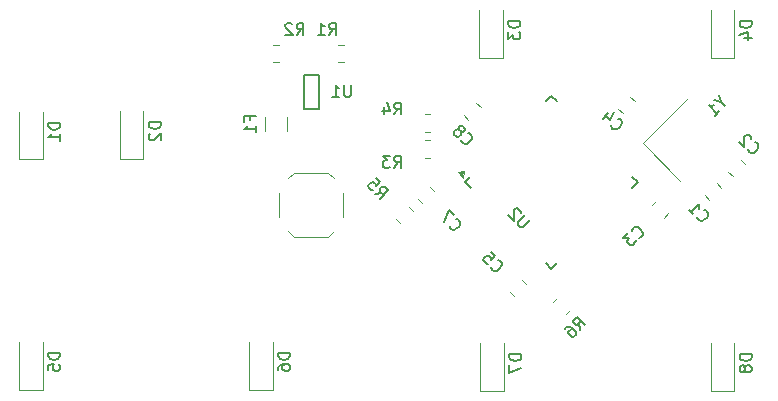
<source format=gbr>
G04 #@! TF.GenerationSoftware,KiCad,Pcbnew,8.0.6*
G04 #@! TF.CreationDate,2025-01-18T20:04:13+00:00*
G04 #@! TF.ProjectId,macro-keyboard,6d616372-6f2d-46b6-9579-626f6172642e,rev?*
G04 #@! TF.SameCoordinates,Original*
G04 #@! TF.FileFunction,Legend,Bot*
G04 #@! TF.FilePolarity,Positive*
%FSLAX46Y46*%
G04 Gerber Fmt 4.6, Leading zero omitted, Abs format (unit mm)*
G04 Created by KiCad (PCBNEW 8.0.6) date 2025-01-18 20:04:13*
%MOMM*%
%LPD*%
G01*
G04 APERTURE LIST*
%ADD10C,0.150000*%
%ADD11C,0.120000*%
G04 APERTURE END LIST*
D10*
X144588442Y-111895528D02*
X143588442Y-111895528D01*
X143588442Y-111895528D02*
X143588442Y-112133623D01*
X143588442Y-112133623D02*
X143636061Y-112276480D01*
X143636061Y-112276480D02*
X143731299Y-112371718D01*
X143731299Y-112371718D02*
X143826537Y-112419337D01*
X143826537Y-112419337D02*
X144017013Y-112466956D01*
X144017013Y-112466956D02*
X144159870Y-112466956D01*
X144159870Y-112466956D02*
X144350346Y-112419337D01*
X144350346Y-112419337D02*
X144445584Y-112371718D01*
X144445584Y-112371718D02*
X144540823Y-112276480D01*
X144540823Y-112276480D02*
X144588442Y-112133623D01*
X144588442Y-112133623D02*
X144588442Y-111895528D01*
X143588442Y-113324099D02*
X143588442Y-113133623D01*
X143588442Y-113133623D02*
X143636061Y-113038385D01*
X143636061Y-113038385D02*
X143683680Y-112990766D01*
X143683680Y-112990766D02*
X143826537Y-112895528D01*
X143826537Y-112895528D02*
X144017013Y-112847909D01*
X144017013Y-112847909D02*
X144397965Y-112847909D01*
X144397965Y-112847909D02*
X144493203Y-112895528D01*
X144493203Y-112895528D02*
X144540823Y-112943147D01*
X144540823Y-112943147D02*
X144588442Y-113038385D01*
X144588442Y-113038385D02*
X144588442Y-113228861D01*
X144588442Y-113228861D02*
X144540823Y-113324099D01*
X144540823Y-113324099D02*
X144493203Y-113371718D01*
X144493203Y-113371718D02*
X144397965Y-113419337D01*
X144397965Y-113419337D02*
X144159870Y-113419337D01*
X144159870Y-113419337D02*
X144064632Y-113371718D01*
X144064632Y-113371718D02*
X144017013Y-113324099D01*
X144017013Y-113324099D02*
X143969394Y-113228861D01*
X143969394Y-113228861D02*
X143969394Y-113038385D01*
X143969394Y-113038385D02*
X144017013Y-112943147D01*
X144017013Y-112943147D02*
X144064632Y-112895528D01*
X144064632Y-112895528D02*
X144159870Y-112847909D01*
X183688442Y-83795528D02*
X182688442Y-83795528D01*
X182688442Y-83795528D02*
X182688442Y-84033623D01*
X182688442Y-84033623D02*
X182736061Y-84176480D01*
X182736061Y-84176480D02*
X182831299Y-84271718D01*
X182831299Y-84271718D02*
X182926537Y-84319337D01*
X182926537Y-84319337D02*
X183117013Y-84366956D01*
X183117013Y-84366956D02*
X183259870Y-84366956D01*
X183259870Y-84366956D02*
X183450346Y-84319337D01*
X183450346Y-84319337D02*
X183545584Y-84271718D01*
X183545584Y-84271718D02*
X183640823Y-84176480D01*
X183640823Y-84176480D02*
X183688442Y-84033623D01*
X183688442Y-84033623D02*
X183688442Y-83795528D01*
X183021775Y-85224099D02*
X183688442Y-85224099D01*
X182640823Y-84986004D02*
X183355108Y-84747909D01*
X183355108Y-84747909D02*
X183355108Y-85366956D01*
X145166666Y-84954819D02*
X145499999Y-84478628D01*
X145738094Y-84954819D02*
X145738094Y-83954819D01*
X145738094Y-83954819D02*
X145357142Y-83954819D01*
X145357142Y-83954819D02*
X145261904Y-84002438D01*
X145261904Y-84002438D02*
X145214285Y-84050057D01*
X145214285Y-84050057D02*
X145166666Y-84145295D01*
X145166666Y-84145295D02*
X145166666Y-84288152D01*
X145166666Y-84288152D02*
X145214285Y-84383390D01*
X145214285Y-84383390D02*
X145261904Y-84431009D01*
X145261904Y-84431009D02*
X145357142Y-84478628D01*
X145357142Y-84478628D02*
X145738094Y-84478628D01*
X144785713Y-84050057D02*
X144738094Y-84002438D01*
X144738094Y-84002438D02*
X144642856Y-83954819D01*
X144642856Y-83954819D02*
X144404761Y-83954819D01*
X144404761Y-83954819D02*
X144309523Y-84002438D01*
X144309523Y-84002438D02*
X144261904Y-84050057D01*
X144261904Y-84050057D02*
X144214285Y-84145295D01*
X144214285Y-84145295D02*
X144214285Y-84240533D01*
X144214285Y-84240533D02*
X144261904Y-84383390D01*
X144261904Y-84383390D02*
X144833332Y-84954819D01*
X144833332Y-84954819D02*
X144214285Y-84954819D01*
X171775649Y-92622112D02*
X171775649Y-92689456D01*
X171775649Y-92689456D02*
X171842993Y-92824143D01*
X171842993Y-92824143D02*
X171910336Y-92891486D01*
X171910336Y-92891486D02*
X172045023Y-92958830D01*
X172045023Y-92958830D02*
X172179710Y-92958830D01*
X172179710Y-92958830D02*
X172280725Y-92925158D01*
X172280725Y-92925158D02*
X172449084Y-92824143D01*
X172449084Y-92824143D02*
X172550099Y-92723128D01*
X172550099Y-92723128D02*
X172651115Y-92554769D01*
X172651115Y-92554769D02*
X172684786Y-92453754D01*
X172684786Y-92453754D02*
X172684786Y-92319067D01*
X172684786Y-92319067D02*
X172617443Y-92184380D01*
X172617443Y-92184380D02*
X172550099Y-92117036D01*
X172550099Y-92117036D02*
X172415412Y-92049693D01*
X172415412Y-92049693D02*
X172348069Y-92049693D01*
X171573619Y-91611960D02*
X171102214Y-92083364D01*
X172011351Y-91510945D02*
X171674634Y-92184380D01*
X171674634Y-92184380D02*
X171236901Y-91746647D01*
X158113588Y-101122112D02*
X158113588Y-101189456D01*
X158113588Y-101189456D02*
X158180932Y-101324143D01*
X158180932Y-101324143D02*
X158248275Y-101391486D01*
X158248275Y-101391486D02*
X158382962Y-101458830D01*
X158382962Y-101458830D02*
X158517649Y-101458830D01*
X158517649Y-101458830D02*
X158618664Y-101425158D01*
X158618664Y-101425158D02*
X158787023Y-101324143D01*
X158787023Y-101324143D02*
X158888038Y-101223128D01*
X158888038Y-101223128D02*
X158989054Y-101054769D01*
X158989054Y-101054769D02*
X159022725Y-100953754D01*
X159022725Y-100953754D02*
X159022725Y-100819067D01*
X159022725Y-100819067D02*
X158955382Y-100684380D01*
X158955382Y-100684380D02*
X158888038Y-100617036D01*
X158888038Y-100617036D02*
X158753351Y-100549693D01*
X158753351Y-100549693D02*
X158686008Y-100549693D01*
X158517649Y-100246647D02*
X158046245Y-99775242D01*
X158046245Y-99775242D02*
X157642184Y-100785395D01*
X151796244Y-98439456D02*
X152368663Y-98338441D01*
X152200305Y-98843517D02*
X152907411Y-98136410D01*
X152907411Y-98136410D02*
X152638037Y-97867036D01*
X152638037Y-97867036D02*
X152537022Y-97833364D01*
X152537022Y-97833364D02*
X152469679Y-97833364D01*
X152469679Y-97833364D02*
X152368663Y-97867036D01*
X152368663Y-97867036D02*
X152267648Y-97968051D01*
X152267648Y-97968051D02*
X152233976Y-98069067D01*
X152233976Y-98069067D02*
X152233976Y-98136410D01*
X152233976Y-98136410D02*
X152267648Y-98237425D01*
X152267648Y-98237425D02*
X152537022Y-98506799D01*
X151863587Y-97092586D02*
X152200305Y-97429303D01*
X152200305Y-97429303D02*
X151897259Y-97799693D01*
X151897259Y-97799693D02*
X151897259Y-97732349D01*
X151897259Y-97732349D02*
X151863587Y-97631334D01*
X151863587Y-97631334D02*
X151695228Y-97462975D01*
X151695228Y-97462975D02*
X151594213Y-97429303D01*
X151594213Y-97429303D02*
X151526870Y-97429303D01*
X151526870Y-97429303D02*
X151425854Y-97462975D01*
X151425854Y-97462975D02*
X151257496Y-97631334D01*
X151257496Y-97631334D02*
X151223824Y-97732349D01*
X151223824Y-97732349D02*
X151223824Y-97799693D01*
X151223824Y-97799693D02*
X151257496Y-97900708D01*
X151257496Y-97900708D02*
X151425854Y-98069067D01*
X151425854Y-98069067D02*
X151526870Y-98102738D01*
X151526870Y-98102738D02*
X151594213Y-98102738D01*
X133654819Y-92361905D02*
X132654819Y-92361905D01*
X132654819Y-92361905D02*
X132654819Y-92600000D01*
X132654819Y-92600000D02*
X132702438Y-92742857D01*
X132702438Y-92742857D02*
X132797676Y-92838095D01*
X132797676Y-92838095D02*
X132892914Y-92885714D01*
X132892914Y-92885714D02*
X133083390Y-92933333D01*
X133083390Y-92933333D02*
X133226247Y-92933333D01*
X133226247Y-92933333D02*
X133416723Y-92885714D01*
X133416723Y-92885714D02*
X133511961Y-92838095D01*
X133511961Y-92838095D02*
X133607200Y-92742857D01*
X133607200Y-92742857D02*
X133654819Y-92600000D01*
X133654819Y-92600000D02*
X133654819Y-92361905D01*
X132750057Y-93314286D02*
X132702438Y-93361905D01*
X132702438Y-93361905D02*
X132654819Y-93457143D01*
X132654819Y-93457143D02*
X132654819Y-93695238D01*
X132654819Y-93695238D02*
X132702438Y-93790476D01*
X132702438Y-93790476D02*
X132750057Y-93838095D01*
X132750057Y-93838095D02*
X132845295Y-93885714D01*
X132845295Y-93885714D02*
X132940533Y-93885714D01*
X132940533Y-93885714D02*
X133083390Y-93838095D01*
X133083390Y-93838095D02*
X133654819Y-93266667D01*
X133654819Y-93266667D02*
X133654819Y-93885714D01*
X169189456Y-109953754D02*
X169088441Y-109381335D01*
X169593517Y-109549693D02*
X168886410Y-108842587D01*
X168886410Y-108842587D02*
X168617036Y-109111961D01*
X168617036Y-109111961D02*
X168583364Y-109212976D01*
X168583364Y-109212976D02*
X168583364Y-109280319D01*
X168583364Y-109280319D02*
X168617036Y-109381335D01*
X168617036Y-109381335D02*
X168718051Y-109482350D01*
X168718051Y-109482350D02*
X168819067Y-109516022D01*
X168819067Y-109516022D02*
X168886410Y-109516022D01*
X168886410Y-109516022D02*
X168987425Y-109482350D01*
X168987425Y-109482350D02*
X169256799Y-109212976D01*
X167876258Y-109852739D02*
X168010945Y-109718052D01*
X168010945Y-109718052D02*
X168111960Y-109684380D01*
X168111960Y-109684380D02*
X168179303Y-109684380D01*
X168179303Y-109684380D02*
X168347662Y-109718052D01*
X168347662Y-109718052D02*
X168516021Y-109819067D01*
X168516021Y-109819067D02*
X168785395Y-110088441D01*
X168785395Y-110088441D02*
X168819067Y-110189457D01*
X168819067Y-110189457D02*
X168819067Y-110256800D01*
X168819067Y-110256800D02*
X168785395Y-110357815D01*
X168785395Y-110357815D02*
X168650708Y-110492502D01*
X168650708Y-110492502D02*
X168549693Y-110526174D01*
X168549693Y-110526174D02*
X168482349Y-110526174D01*
X168482349Y-110526174D02*
X168381334Y-110492502D01*
X168381334Y-110492502D02*
X168212975Y-110324144D01*
X168212975Y-110324144D02*
X168179303Y-110223128D01*
X168179303Y-110223128D02*
X168179303Y-110155785D01*
X168179303Y-110155785D02*
X168212975Y-110054770D01*
X168212975Y-110054770D02*
X168347662Y-109920083D01*
X168347662Y-109920083D02*
X168448677Y-109886411D01*
X168448677Y-109886411D02*
X168516021Y-109886411D01*
X168516021Y-109886411D02*
X168617036Y-109920083D01*
X161613588Y-104622112D02*
X161613588Y-104689456D01*
X161613588Y-104689456D02*
X161680932Y-104824143D01*
X161680932Y-104824143D02*
X161748275Y-104891486D01*
X161748275Y-104891486D02*
X161882962Y-104958830D01*
X161882962Y-104958830D02*
X162017649Y-104958830D01*
X162017649Y-104958830D02*
X162118664Y-104925158D01*
X162118664Y-104925158D02*
X162287023Y-104824143D01*
X162287023Y-104824143D02*
X162388038Y-104723128D01*
X162388038Y-104723128D02*
X162489054Y-104554769D01*
X162489054Y-104554769D02*
X162522725Y-104453754D01*
X162522725Y-104453754D02*
X162522725Y-104319067D01*
X162522725Y-104319067D02*
X162455382Y-104184380D01*
X162455382Y-104184380D02*
X162388038Y-104117036D01*
X162388038Y-104117036D02*
X162253351Y-104049693D01*
X162253351Y-104049693D02*
X162186008Y-104049693D01*
X161613588Y-103342586D02*
X161950306Y-103679303D01*
X161950306Y-103679303D02*
X161647260Y-104049693D01*
X161647260Y-104049693D02*
X161647260Y-103982349D01*
X161647260Y-103982349D02*
X161613588Y-103881334D01*
X161613588Y-103881334D02*
X161445229Y-103712975D01*
X161445229Y-103712975D02*
X161344214Y-103679303D01*
X161344214Y-103679303D02*
X161276871Y-103679303D01*
X161276871Y-103679303D02*
X161175855Y-103712975D01*
X161175855Y-103712975D02*
X161007497Y-103881334D01*
X161007497Y-103881334D02*
X160973825Y-103982349D01*
X160973825Y-103982349D02*
X160973825Y-104049693D01*
X160973825Y-104049693D02*
X161007497Y-104150708D01*
X161007497Y-104150708D02*
X161175855Y-104319067D01*
X161175855Y-104319067D02*
X161276871Y-104352738D01*
X161276871Y-104352738D02*
X161344214Y-104352738D01*
X164088442Y-83795528D02*
X163088442Y-83795528D01*
X163088442Y-83795528D02*
X163088442Y-84033623D01*
X163088442Y-84033623D02*
X163136061Y-84176480D01*
X163136061Y-84176480D02*
X163231299Y-84271718D01*
X163231299Y-84271718D02*
X163326537Y-84319337D01*
X163326537Y-84319337D02*
X163517013Y-84366956D01*
X163517013Y-84366956D02*
X163659870Y-84366956D01*
X163659870Y-84366956D02*
X163850346Y-84319337D01*
X163850346Y-84319337D02*
X163945584Y-84271718D01*
X163945584Y-84271718D02*
X164040823Y-84176480D01*
X164040823Y-84176480D02*
X164088442Y-84033623D01*
X164088442Y-84033623D02*
X164088442Y-83795528D01*
X163088442Y-84700290D02*
X163088442Y-85319337D01*
X163088442Y-85319337D02*
X163469394Y-84986004D01*
X163469394Y-84986004D02*
X163469394Y-85128861D01*
X163469394Y-85128861D02*
X163517013Y-85224099D01*
X163517013Y-85224099D02*
X163564632Y-85271718D01*
X163564632Y-85271718D02*
X163659870Y-85319337D01*
X163659870Y-85319337D02*
X163897965Y-85319337D01*
X163897965Y-85319337D02*
X163993203Y-85271718D01*
X163993203Y-85271718D02*
X164040823Y-85224099D01*
X164040823Y-85224099D02*
X164088442Y-85128861D01*
X164088442Y-85128861D02*
X164088442Y-84843147D01*
X164088442Y-84843147D02*
X164040823Y-84747909D01*
X164040823Y-84747909D02*
X163993203Y-84700290D01*
X181071605Y-90648170D02*
X181408323Y-90984888D01*
X180936918Y-90042079D02*
X181071605Y-90648170D01*
X181071605Y-90648170D02*
X180465514Y-90513483D01*
X180566529Y-91826681D02*
X180970590Y-91422620D01*
X180768559Y-91624651D02*
X180061453Y-90917544D01*
X180061453Y-90917544D02*
X180229811Y-90951216D01*
X180229811Y-90951216D02*
X180364498Y-90951216D01*
X180364498Y-90951216D02*
X180465514Y-90917544D01*
X164188442Y-111995528D02*
X163188442Y-111995528D01*
X163188442Y-111995528D02*
X163188442Y-112233623D01*
X163188442Y-112233623D02*
X163236061Y-112376480D01*
X163236061Y-112376480D02*
X163331299Y-112471718D01*
X163331299Y-112471718D02*
X163426537Y-112519337D01*
X163426537Y-112519337D02*
X163617013Y-112566956D01*
X163617013Y-112566956D02*
X163759870Y-112566956D01*
X163759870Y-112566956D02*
X163950346Y-112519337D01*
X163950346Y-112519337D02*
X164045584Y-112471718D01*
X164045584Y-112471718D02*
X164140823Y-112376480D01*
X164140823Y-112376480D02*
X164188442Y-112233623D01*
X164188442Y-112233623D02*
X164188442Y-111995528D01*
X163188442Y-112900290D02*
X163188442Y-113566956D01*
X163188442Y-113566956D02*
X164188442Y-113138385D01*
X125154819Y-92411905D02*
X124154819Y-92411905D01*
X124154819Y-92411905D02*
X124154819Y-92650000D01*
X124154819Y-92650000D02*
X124202438Y-92792857D01*
X124202438Y-92792857D02*
X124297676Y-92888095D01*
X124297676Y-92888095D02*
X124392914Y-92935714D01*
X124392914Y-92935714D02*
X124583390Y-92983333D01*
X124583390Y-92983333D02*
X124726247Y-92983333D01*
X124726247Y-92983333D02*
X124916723Y-92935714D01*
X124916723Y-92935714D02*
X125011961Y-92888095D01*
X125011961Y-92888095D02*
X125107200Y-92792857D01*
X125107200Y-92792857D02*
X125154819Y-92650000D01*
X125154819Y-92650000D02*
X125154819Y-92411905D01*
X125154819Y-93935714D02*
X125154819Y-93364286D01*
X125154819Y-93650000D02*
X124154819Y-93650000D01*
X124154819Y-93650000D02*
X124297676Y-93554762D01*
X124297676Y-93554762D02*
X124392914Y-93459524D01*
X124392914Y-93459524D02*
X124440533Y-93364286D01*
X164924250Y-100653246D02*
X164351830Y-101225666D01*
X164351830Y-101225666D02*
X164250815Y-101259338D01*
X164250815Y-101259338D02*
X164183471Y-101259338D01*
X164183471Y-101259338D02*
X164082456Y-101225666D01*
X164082456Y-101225666D02*
X163947769Y-101090979D01*
X163947769Y-101090979D02*
X163914097Y-100989964D01*
X163914097Y-100989964D02*
X163914097Y-100922620D01*
X163914097Y-100922620D02*
X163947769Y-100821605D01*
X163947769Y-100821605D02*
X164520189Y-100249185D01*
X164149799Y-100013483D02*
X164149799Y-99946140D01*
X164149799Y-99946140D02*
X164116128Y-99845124D01*
X164116128Y-99845124D02*
X163947769Y-99676766D01*
X163947769Y-99676766D02*
X163846754Y-99643094D01*
X163846754Y-99643094D02*
X163779410Y-99643094D01*
X163779410Y-99643094D02*
X163678395Y-99676766D01*
X163678395Y-99676766D02*
X163611051Y-99744109D01*
X163611051Y-99744109D02*
X163543708Y-99878796D01*
X163543708Y-99878796D02*
X163543708Y-100686918D01*
X163543708Y-100686918D02*
X163105975Y-100249185D01*
X153416666Y-91704819D02*
X153749999Y-91228628D01*
X153988094Y-91704819D02*
X153988094Y-90704819D01*
X153988094Y-90704819D02*
X153607142Y-90704819D01*
X153607142Y-90704819D02*
X153511904Y-90752438D01*
X153511904Y-90752438D02*
X153464285Y-90800057D01*
X153464285Y-90800057D02*
X153416666Y-90895295D01*
X153416666Y-90895295D02*
X153416666Y-91038152D01*
X153416666Y-91038152D02*
X153464285Y-91133390D01*
X153464285Y-91133390D02*
X153511904Y-91181009D01*
X153511904Y-91181009D02*
X153607142Y-91228628D01*
X153607142Y-91228628D02*
X153988094Y-91228628D01*
X152559523Y-91038152D02*
X152559523Y-91704819D01*
X152797618Y-90657200D02*
X153035713Y-91371485D01*
X153035713Y-91371485D02*
X152416666Y-91371485D01*
X149761904Y-89204819D02*
X149761904Y-90014342D01*
X149761904Y-90014342D02*
X149714285Y-90109580D01*
X149714285Y-90109580D02*
X149666666Y-90157200D01*
X149666666Y-90157200D02*
X149571428Y-90204819D01*
X149571428Y-90204819D02*
X149380952Y-90204819D01*
X149380952Y-90204819D02*
X149285714Y-90157200D01*
X149285714Y-90157200D02*
X149238095Y-90109580D01*
X149238095Y-90109580D02*
X149190476Y-90014342D01*
X149190476Y-90014342D02*
X149190476Y-89204819D01*
X148190476Y-90204819D02*
X148761904Y-90204819D01*
X148476190Y-90204819D02*
X148476190Y-89204819D01*
X148476190Y-89204819D02*
X148571428Y-89347676D01*
X148571428Y-89347676D02*
X148666666Y-89442914D01*
X148666666Y-89442914D02*
X148761904Y-89490533D01*
X183688442Y-111995528D02*
X182688442Y-111995528D01*
X182688442Y-111995528D02*
X182688442Y-112233623D01*
X182688442Y-112233623D02*
X182736061Y-112376480D01*
X182736061Y-112376480D02*
X182831299Y-112471718D01*
X182831299Y-112471718D02*
X182926537Y-112519337D01*
X182926537Y-112519337D02*
X183117013Y-112566956D01*
X183117013Y-112566956D02*
X183259870Y-112566956D01*
X183259870Y-112566956D02*
X183450346Y-112519337D01*
X183450346Y-112519337D02*
X183545584Y-112471718D01*
X183545584Y-112471718D02*
X183640823Y-112376480D01*
X183640823Y-112376480D02*
X183688442Y-112233623D01*
X183688442Y-112233623D02*
X183688442Y-111995528D01*
X183117013Y-113138385D02*
X183069394Y-113043147D01*
X183069394Y-113043147D02*
X183021775Y-112995528D01*
X183021775Y-112995528D02*
X182926537Y-112947909D01*
X182926537Y-112947909D02*
X182878918Y-112947909D01*
X182878918Y-112947909D02*
X182783680Y-112995528D01*
X182783680Y-112995528D02*
X182736061Y-113043147D01*
X182736061Y-113043147D02*
X182688442Y-113138385D01*
X182688442Y-113138385D02*
X182688442Y-113328861D01*
X182688442Y-113328861D02*
X182736061Y-113424099D01*
X182736061Y-113424099D02*
X182783680Y-113471718D01*
X182783680Y-113471718D02*
X182878918Y-113519337D01*
X182878918Y-113519337D02*
X182926537Y-113519337D01*
X182926537Y-113519337D02*
X183021775Y-113471718D01*
X183021775Y-113471718D02*
X183069394Y-113424099D01*
X183069394Y-113424099D02*
X183117013Y-113328861D01*
X183117013Y-113328861D02*
X183117013Y-113138385D01*
X183117013Y-113138385D02*
X183164632Y-113043147D01*
X183164632Y-113043147D02*
X183212251Y-112995528D01*
X183212251Y-112995528D02*
X183307489Y-112947909D01*
X183307489Y-112947909D02*
X183497965Y-112947909D01*
X183497965Y-112947909D02*
X183593203Y-112995528D01*
X183593203Y-112995528D02*
X183640823Y-113043147D01*
X183640823Y-113043147D02*
X183688442Y-113138385D01*
X183688442Y-113138385D02*
X183688442Y-113328861D01*
X183688442Y-113328861D02*
X183640823Y-113424099D01*
X183640823Y-113424099D02*
X183593203Y-113471718D01*
X183593203Y-113471718D02*
X183497965Y-113519337D01*
X183497965Y-113519337D02*
X183307489Y-113519337D01*
X183307489Y-113519337D02*
X183212251Y-113471718D01*
X183212251Y-113471718D02*
X183164632Y-113424099D01*
X183164632Y-113424099D02*
X183117013Y-113328861D01*
X141181009Y-92166666D02*
X141181009Y-91833333D01*
X141704819Y-91833333D02*
X140704819Y-91833333D01*
X140704819Y-91833333D02*
X140704819Y-92309523D01*
X141704819Y-93214285D02*
X141704819Y-92642857D01*
X141704819Y-92928571D02*
X140704819Y-92928571D01*
X140704819Y-92928571D02*
X140847676Y-92833333D01*
X140847676Y-92833333D02*
X140942914Y-92738095D01*
X140942914Y-92738095D02*
X140990533Y-92642857D01*
X125138442Y-111895528D02*
X124138442Y-111895528D01*
X124138442Y-111895528D02*
X124138442Y-112133623D01*
X124138442Y-112133623D02*
X124186061Y-112276480D01*
X124186061Y-112276480D02*
X124281299Y-112371718D01*
X124281299Y-112371718D02*
X124376537Y-112419337D01*
X124376537Y-112419337D02*
X124567013Y-112466956D01*
X124567013Y-112466956D02*
X124709870Y-112466956D01*
X124709870Y-112466956D02*
X124900346Y-112419337D01*
X124900346Y-112419337D02*
X124995584Y-112371718D01*
X124995584Y-112371718D02*
X125090823Y-112276480D01*
X125090823Y-112276480D02*
X125138442Y-112133623D01*
X125138442Y-112133623D02*
X125138442Y-111895528D01*
X124138442Y-113371718D02*
X124138442Y-112895528D01*
X124138442Y-112895528D02*
X124614632Y-112847909D01*
X124614632Y-112847909D02*
X124567013Y-112895528D01*
X124567013Y-112895528D02*
X124519394Y-112990766D01*
X124519394Y-112990766D02*
X124519394Y-113228861D01*
X124519394Y-113228861D02*
X124567013Y-113324099D01*
X124567013Y-113324099D02*
X124614632Y-113371718D01*
X124614632Y-113371718D02*
X124709870Y-113419337D01*
X124709870Y-113419337D02*
X124947965Y-113419337D01*
X124947965Y-113419337D02*
X125043203Y-113371718D01*
X125043203Y-113371718D02*
X125090823Y-113324099D01*
X125090823Y-113324099D02*
X125138442Y-113228861D01*
X125138442Y-113228861D02*
X125138442Y-112990766D01*
X125138442Y-112990766D02*
X125090823Y-112895528D01*
X125090823Y-112895528D02*
X125043203Y-112847909D01*
X183363587Y-94622112D02*
X183363587Y-94689456D01*
X183363587Y-94689456D02*
X183430931Y-94824143D01*
X183430931Y-94824143D02*
X183498274Y-94891486D01*
X183498274Y-94891486D02*
X183632961Y-94958830D01*
X183632961Y-94958830D02*
X183767648Y-94958830D01*
X183767648Y-94958830D02*
X183868663Y-94925158D01*
X183868663Y-94925158D02*
X184037022Y-94824143D01*
X184037022Y-94824143D02*
X184138037Y-94723128D01*
X184138037Y-94723128D02*
X184239053Y-94554769D01*
X184239053Y-94554769D02*
X184272724Y-94453754D01*
X184272724Y-94453754D02*
X184272724Y-94319067D01*
X184272724Y-94319067D02*
X184205381Y-94184380D01*
X184205381Y-94184380D02*
X184138037Y-94117036D01*
X184138037Y-94117036D02*
X184003350Y-94049693D01*
X184003350Y-94049693D02*
X183936007Y-94049693D01*
X183666633Y-93780319D02*
X183666633Y-93712975D01*
X183666633Y-93712975D02*
X183632961Y-93611960D01*
X183632961Y-93611960D02*
X183464602Y-93443601D01*
X183464602Y-93443601D02*
X183363587Y-93409929D01*
X183363587Y-93409929D02*
X183296244Y-93409929D01*
X183296244Y-93409929D02*
X183195228Y-93443601D01*
X183195228Y-93443601D02*
X183127885Y-93510945D01*
X183127885Y-93510945D02*
X183060541Y-93645632D01*
X183060541Y-93645632D02*
X183060541Y-94453754D01*
X183060541Y-94453754D02*
X182622809Y-94016021D01*
X147916666Y-84954819D02*
X148249999Y-84478628D01*
X148488094Y-84954819D02*
X148488094Y-83954819D01*
X148488094Y-83954819D02*
X148107142Y-83954819D01*
X148107142Y-83954819D02*
X148011904Y-84002438D01*
X148011904Y-84002438D02*
X147964285Y-84050057D01*
X147964285Y-84050057D02*
X147916666Y-84145295D01*
X147916666Y-84145295D02*
X147916666Y-84288152D01*
X147916666Y-84288152D02*
X147964285Y-84383390D01*
X147964285Y-84383390D02*
X148011904Y-84431009D01*
X148011904Y-84431009D02*
X148107142Y-84478628D01*
X148107142Y-84478628D02*
X148488094Y-84478628D01*
X146964285Y-84954819D02*
X147535713Y-84954819D01*
X147249999Y-84954819D02*
X147249999Y-83954819D01*
X147249999Y-83954819D02*
X147345237Y-84097676D01*
X147345237Y-84097676D02*
X147440475Y-84192914D01*
X147440475Y-84192914D02*
X147535713Y-84240533D01*
X174122112Y-102136411D02*
X174189456Y-102136411D01*
X174189456Y-102136411D02*
X174324143Y-102069067D01*
X174324143Y-102069067D02*
X174391486Y-102001724D01*
X174391486Y-102001724D02*
X174458830Y-101867037D01*
X174458830Y-101867037D02*
X174458830Y-101732350D01*
X174458830Y-101732350D02*
X174425158Y-101631335D01*
X174425158Y-101631335D02*
X174324143Y-101462976D01*
X174324143Y-101462976D02*
X174223128Y-101361961D01*
X174223128Y-101361961D02*
X174054769Y-101260945D01*
X174054769Y-101260945D02*
X173953754Y-101227274D01*
X173953754Y-101227274D02*
X173819067Y-101227274D01*
X173819067Y-101227274D02*
X173684380Y-101294617D01*
X173684380Y-101294617D02*
X173617036Y-101361961D01*
X173617036Y-101361961D02*
X173549693Y-101496648D01*
X173549693Y-101496648D02*
X173549693Y-101563991D01*
X173246647Y-101732350D02*
X172808914Y-102170083D01*
X172808914Y-102170083D02*
X173313990Y-102203754D01*
X173313990Y-102203754D02*
X173212975Y-102304770D01*
X173212975Y-102304770D02*
X173179303Y-102405785D01*
X173179303Y-102405785D02*
X173179303Y-102473128D01*
X173179303Y-102473128D02*
X173212975Y-102574144D01*
X173212975Y-102574144D02*
X173381334Y-102742502D01*
X173381334Y-102742502D02*
X173482349Y-102776174D01*
X173482349Y-102776174D02*
X173549693Y-102776174D01*
X173549693Y-102776174D02*
X173650708Y-102742502D01*
X173650708Y-102742502D02*
X173852738Y-102540472D01*
X173852738Y-102540472D02*
X173886410Y-102439457D01*
X173886410Y-102439457D02*
X173886410Y-102372113D01*
X153416666Y-96204819D02*
X153749999Y-95728628D01*
X153988094Y-96204819D02*
X153988094Y-95204819D01*
X153988094Y-95204819D02*
X153607142Y-95204819D01*
X153607142Y-95204819D02*
X153511904Y-95252438D01*
X153511904Y-95252438D02*
X153464285Y-95300057D01*
X153464285Y-95300057D02*
X153416666Y-95395295D01*
X153416666Y-95395295D02*
X153416666Y-95538152D01*
X153416666Y-95538152D02*
X153464285Y-95633390D01*
X153464285Y-95633390D02*
X153511904Y-95681009D01*
X153511904Y-95681009D02*
X153607142Y-95728628D01*
X153607142Y-95728628D02*
X153988094Y-95728628D01*
X153083332Y-95204819D02*
X152464285Y-95204819D01*
X152464285Y-95204819D02*
X152797618Y-95585771D01*
X152797618Y-95585771D02*
X152654761Y-95585771D01*
X152654761Y-95585771D02*
X152559523Y-95633390D01*
X152559523Y-95633390D02*
X152511904Y-95681009D01*
X152511904Y-95681009D02*
X152464285Y-95776247D01*
X152464285Y-95776247D02*
X152464285Y-96014342D01*
X152464285Y-96014342D02*
X152511904Y-96109580D01*
X152511904Y-96109580D02*
X152559523Y-96157200D01*
X152559523Y-96157200D02*
X152654761Y-96204819D01*
X152654761Y-96204819D02*
X152940475Y-96204819D01*
X152940475Y-96204819D02*
X153035713Y-96157200D01*
X153035713Y-96157200D02*
X153083332Y-96109580D01*
X179098693Y-100372112D02*
X179098693Y-100439456D01*
X179098693Y-100439456D02*
X179166037Y-100574143D01*
X179166037Y-100574143D02*
X179233380Y-100641486D01*
X179233380Y-100641486D02*
X179368067Y-100708830D01*
X179368067Y-100708830D02*
X179502754Y-100708830D01*
X179502754Y-100708830D02*
X179603769Y-100675158D01*
X179603769Y-100675158D02*
X179772128Y-100574143D01*
X179772128Y-100574143D02*
X179873143Y-100473128D01*
X179873143Y-100473128D02*
X179974159Y-100304769D01*
X179974159Y-100304769D02*
X180007830Y-100203754D01*
X180007830Y-100203754D02*
X180007830Y-100069067D01*
X180007830Y-100069067D02*
X179940487Y-99934380D01*
X179940487Y-99934380D02*
X179873143Y-99867036D01*
X179873143Y-99867036D02*
X179738456Y-99799693D01*
X179738456Y-99799693D02*
X179671113Y-99799693D01*
X178357915Y-99766021D02*
X178761976Y-100170082D01*
X178559945Y-99968051D02*
X179267052Y-99260945D01*
X179267052Y-99260945D02*
X179233380Y-99429303D01*
X179233380Y-99429303D02*
X179233380Y-99563990D01*
X179233380Y-99563990D02*
X179267052Y-99665006D01*
X159113588Y-93872112D02*
X159113588Y-93939456D01*
X159113588Y-93939456D02*
X159180932Y-94074143D01*
X159180932Y-94074143D02*
X159248275Y-94141486D01*
X159248275Y-94141486D02*
X159382962Y-94208830D01*
X159382962Y-94208830D02*
X159517649Y-94208830D01*
X159517649Y-94208830D02*
X159618664Y-94175158D01*
X159618664Y-94175158D02*
X159787023Y-94074143D01*
X159787023Y-94074143D02*
X159888038Y-93973128D01*
X159888038Y-93973128D02*
X159989054Y-93804769D01*
X159989054Y-93804769D02*
X160022725Y-93703754D01*
X160022725Y-93703754D02*
X160022725Y-93569067D01*
X160022725Y-93569067D02*
X159955382Y-93434380D01*
X159955382Y-93434380D02*
X159888038Y-93367036D01*
X159888038Y-93367036D02*
X159753351Y-93299693D01*
X159753351Y-93299693D02*
X159686008Y-93299693D01*
X159046245Y-93131334D02*
X159147260Y-93165006D01*
X159147260Y-93165006D02*
X159214603Y-93165006D01*
X159214603Y-93165006D02*
X159315619Y-93131334D01*
X159315619Y-93131334D02*
X159349290Y-93097662D01*
X159349290Y-93097662D02*
X159382962Y-92996647D01*
X159382962Y-92996647D02*
X159382962Y-92929303D01*
X159382962Y-92929303D02*
X159349290Y-92828288D01*
X159349290Y-92828288D02*
X159214603Y-92693601D01*
X159214603Y-92693601D02*
X159113588Y-92659929D01*
X159113588Y-92659929D02*
X159046245Y-92659929D01*
X159046245Y-92659929D02*
X158945229Y-92693601D01*
X158945229Y-92693601D02*
X158911558Y-92727273D01*
X158911558Y-92727273D02*
X158877886Y-92828288D01*
X158877886Y-92828288D02*
X158877886Y-92895632D01*
X158877886Y-92895632D02*
X158911558Y-92996647D01*
X158911558Y-92996647D02*
X159046245Y-93131334D01*
X159046245Y-93131334D02*
X159079916Y-93232349D01*
X159079916Y-93232349D02*
X159079916Y-93299693D01*
X159079916Y-93299693D02*
X159046245Y-93400708D01*
X159046245Y-93400708D02*
X158911558Y-93535395D01*
X158911558Y-93535395D02*
X158810542Y-93569067D01*
X158810542Y-93569067D02*
X158743199Y-93569067D01*
X158743199Y-93569067D02*
X158642184Y-93535395D01*
X158642184Y-93535395D02*
X158507497Y-93400708D01*
X158507497Y-93400708D02*
X158473825Y-93299693D01*
X158473825Y-93299693D02*
X158473825Y-93232349D01*
X158473825Y-93232349D02*
X158507497Y-93131334D01*
X158507497Y-93131334D02*
X158642184Y-92996647D01*
X158642184Y-92996647D02*
X158743199Y-92962975D01*
X158743199Y-92962975D02*
X158810542Y-92962975D01*
X158810542Y-92962975D02*
X158911558Y-92996647D01*
D11*
X141133623Y-110983623D02*
X141133623Y-114993623D01*
X141133623Y-114993623D02*
X143133623Y-114993623D01*
X143133623Y-110983623D02*
X143133623Y-114993623D01*
X180233623Y-82883623D02*
X180233623Y-86893623D01*
X180233623Y-86893623D02*
X182233623Y-86893623D01*
X182233623Y-82883623D02*
X182233623Y-86893623D01*
X143660687Y-85798623D02*
X143206559Y-85798623D01*
X143660687Y-87268623D02*
X143206559Y-87268623D01*
X172765010Y-91604457D02*
X172395543Y-91234990D01*
X173804457Y-90565010D02*
X173434990Y-90195543D01*
X155798633Y-99238080D02*
X155429166Y-98868613D01*
X156838080Y-98198633D02*
X156468613Y-97829166D01*
X153619718Y-100559165D02*
X153940835Y-100880282D01*
X154659165Y-99519718D02*
X154980282Y-99840835D01*
X130200000Y-91450000D02*
X130200000Y-95460000D01*
X130200000Y-95460000D02*
X132200000Y-95460000D01*
X132200000Y-91450000D02*
X132200000Y-95460000D01*
X167233728Y-107226825D02*
X166912611Y-107547942D01*
X168273175Y-108266272D02*
X167952058Y-108587389D01*
X163195543Y-106734990D02*
X163565010Y-107104457D01*
X164234990Y-105695543D02*
X164604457Y-106065010D01*
X160633623Y-82883623D02*
X160633623Y-86893623D01*
X160633623Y-86893623D02*
X162633623Y-86893623D01*
X162633623Y-82883623D02*
X162633623Y-86893623D01*
X174461343Y-94130330D02*
X177643324Y-97312311D01*
X178279720Y-90311953D02*
X174461343Y-94130330D01*
X160733623Y-111083623D02*
X160733623Y-115093623D01*
X160733623Y-115093623D02*
X162733623Y-115093623D01*
X162733623Y-111083623D02*
X162733623Y-115093623D01*
X121700000Y-91500000D02*
X121700000Y-95510000D01*
X121700000Y-95510000D02*
X123700000Y-95510000D01*
X123700000Y-91500000D02*
X123700000Y-95510000D01*
D10*
X159849938Y-96998752D02*
X159415068Y-97433623D01*
X159892365Y-97910920D02*
X159415068Y-97433623D01*
X166256326Y-90592365D02*
X166733623Y-90115068D01*
X166256326Y-104274881D02*
X166733623Y-104752178D01*
X167210920Y-90592365D02*
X166733623Y-90115068D01*
X167210920Y-104274881D02*
X166733623Y-104752178D01*
X173574881Y-96956326D02*
X174052178Y-97433623D01*
X173574881Y-97910920D02*
X174052178Y-97433623D01*
D11*
X159287789Y-97072999D02*
X158806956Y-96592166D01*
X159379712Y-96500242D01*
X159287789Y-97072999D01*
G36*
X159287789Y-97072999D02*
G01*
X158806956Y-96592166D01*
X159379712Y-96500242D01*
X159287789Y-97072999D01*
G37*
X156006559Y-91698623D02*
X156460687Y-91698623D01*
X156006559Y-93168623D02*
X156460687Y-93168623D01*
D10*
X145783623Y-91233623D02*
X145783623Y-88333623D01*
X145783623Y-91233623D02*
X147083623Y-91233623D01*
X147083623Y-88333623D02*
X145783623Y-88333623D01*
X147083623Y-91233623D02*
X147083623Y-88333623D01*
D11*
X180233623Y-111083623D02*
X180233623Y-115093623D01*
X180233623Y-115093623D02*
X182233623Y-115093623D01*
X182233623Y-111083623D02*
X182233623Y-115093623D01*
X142523623Y-91919059D02*
X142523623Y-93123187D01*
X144343623Y-91919059D02*
X144343623Y-93123187D01*
X121683623Y-110983623D02*
X121683623Y-114993623D01*
X121683623Y-114993623D02*
X123683623Y-114993623D01*
X123683623Y-110983623D02*
X123683623Y-114993623D01*
X143680000Y-100390000D02*
X143680000Y-98310000D01*
X144460000Y-97120000D02*
X144950000Y-96630000D01*
X144460000Y-101580000D02*
X144950000Y-102070000D01*
X147850000Y-96630000D02*
X144950000Y-96630000D01*
X147850000Y-102070000D02*
X144950000Y-102070000D01*
X148340000Y-97120000D02*
X147850000Y-96630000D01*
X148340000Y-101580000D02*
X147850000Y-102070000D01*
X149120000Y-100390000D02*
X149120000Y-98310000D01*
X182088054Y-96928721D02*
X181718587Y-96559254D01*
X183127501Y-95889274D02*
X182758034Y-95519807D01*
X148706559Y-85798623D02*
X149160687Y-85798623D01*
X148706559Y-87268623D02*
X149160687Y-87268623D01*
X175598633Y-99029166D02*
X175229166Y-99398633D01*
X176638080Y-100068613D02*
X176268613Y-100438080D01*
X156006559Y-93905730D02*
X156460687Y-93905730D01*
X156006559Y-95375730D02*
X156460687Y-95375730D01*
X180088054Y-98928721D02*
X179718587Y-98559254D01*
X181127501Y-97889274D02*
X180758034Y-97519807D01*
X159698633Y-92138080D02*
X159329166Y-91768613D01*
X160738080Y-91098633D02*
X160368613Y-90729166D01*
M02*

</source>
